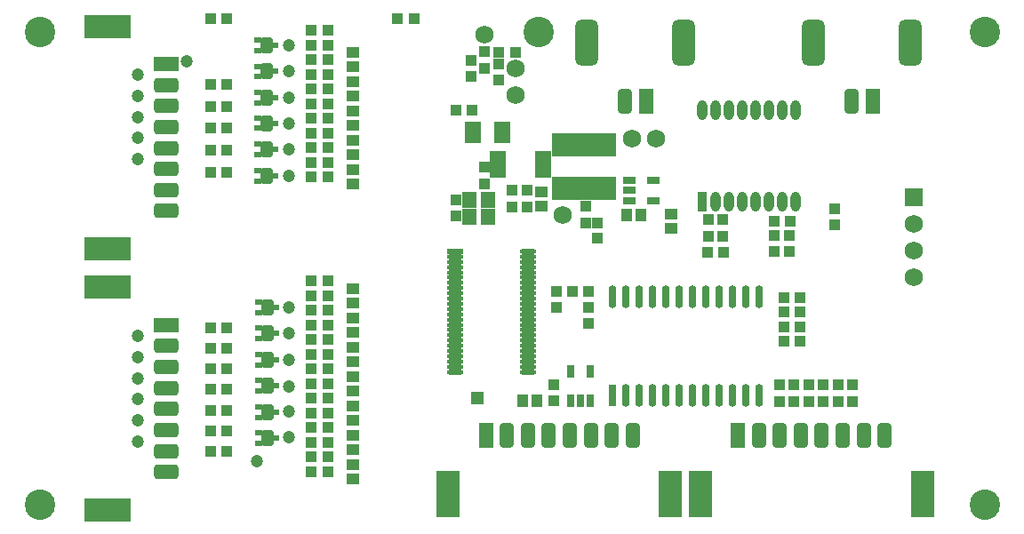
<source format=gts>
G04 Layer_Color=8388736*
%FSTAX24Y24*%
%MOIN*%
G70*
G01*
G75*
%ADD56R,0.0379X0.0749*%
%ADD57O,0.0379X0.0749*%
%ADD58R,0.0474X0.0474*%
%ADD59R,0.0415X0.0415*%
%ADD60R,0.0415X0.0415*%
%ADD61R,0.0297X0.0848*%
%ADD62O,0.0297X0.0848*%
%ADD63R,0.0316X0.0474*%
%ADD64R,0.0414X0.0454*%
%ADD65R,0.0867X0.1734*%
%ADD66R,0.0552X0.0946*%
G04:AMPARAMS|DCode=67|XSize=55.2mil|YSize=94.6mil|CornerRadius=15.8mil|HoleSize=0mil|Usage=FLASHONLY|Rotation=0.000|XOffset=0mil|YOffset=0mil|HoleType=Round|Shape=RoundedRectangle|*
%AMROUNDEDRECTD67*
21,1,0.0552,0.0630,0,0,0.0*
21,1,0.0236,0.0946,0,0,0.0*
1,1,0.0316,0.0118,-0.0315*
1,1,0.0316,-0.0118,-0.0315*
1,1,0.0316,-0.0118,0.0315*
1,1,0.0316,0.0118,0.0315*
%
%ADD67ROUNDEDRECTD67*%
%ADD68R,0.2442X0.0907*%
%ADD69R,0.0631X0.0789*%
%ADD70R,0.0454X0.0414*%
%ADD71R,0.0612X0.0198*%
%ADD72O,0.0612X0.0198*%
%ADD73R,0.1734X0.0867*%
%ADD74R,0.0946X0.0552*%
G04:AMPARAMS|DCode=75|XSize=55.2mil|YSize=94.6mil|CornerRadius=15.8mil|HoleSize=0mil|Usage=FLASHONLY|Rotation=270.000|XOffset=0mil|YOffset=0mil|HoleType=Round|Shape=RoundedRectangle|*
%AMROUNDEDRECTD75*
21,1,0.0552,0.0630,0,0,270.0*
21,1,0.0236,0.0946,0,0,270.0*
1,1,0.0316,-0.0315,-0.0118*
1,1,0.0316,-0.0315,0.0118*
1,1,0.0316,0.0315,0.0118*
1,1,0.0316,0.0315,-0.0118*
%
%ADD75ROUNDEDRECTD75*%
G04:AMPARAMS|DCode=76|XSize=47.4mil|YSize=59.2mil|CornerRadius=7mil|HoleSize=0mil|Usage=FLASHONLY|Rotation=0.000|XOffset=0mil|YOffset=0mil|HoleType=Round|Shape=RoundedRectangle|*
%AMROUNDEDRECTD76*
21,1,0.0474,0.0453,0,0,0.0*
21,1,0.0335,0.0592,0,0,0.0*
1,1,0.0139,0.0167,-0.0226*
1,1,0.0139,-0.0167,-0.0226*
1,1,0.0139,-0.0167,0.0226*
1,1,0.0139,0.0167,0.0226*
%
%ADD76ROUNDEDRECTD76*%
%ADD77R,0.0257X0.0198*%
%ADD78R,0.0277X0.0202*%
%ADD79R,0.0533X0.0631*%
%ADD80R,0.0493X0.0316*%
%ADD81R,0.0631X0.0190*%
%ADD82R,0.0395X0.0395*%
G04:AMPARAMS|DCode=83|XSize=86.7mil|YSize=173.4mil|CornerRadius=23.7mil|HoleSize=0mil|Usage=FLASHONLY|Rotation=180.000|XOffset=0mil|YOffset=0mil|HoleType=Round|Shape=RoundedRectangle|*
%AMROUNDEDRECTD83*
21,1,0.0867,0.1260,0,0,180.0*
21,1,0.0394,0.1734,0,0,180.0*
1,1,0.0474,-0.0197,0.0630*
1,1,0.0474,0.0197,0.0630*
1,1,0.0474,0.0197,-0.0630*
1,1,0.0474,-0.0197,-0.0630*
%
%ADD83ROUNDEDRECTD83*%
%ADD84C,0.1143*%
%ADD85R,0.0680X0.0680*%
%ADD86C,0.0680*%
%ADD87C,0.0474*%
D56*
X034869Y039334D02*
D03*
D57*
X035368D02*
D03*
X035868D02*
D03*
X036369D02*
D03*
X036869D02*
D03*
X037369D02*
D03*
X037868D02*
D03*
X038368D02*
D03*
X034869Y042779D02*
D03*
X035368D02*
D03*
X035868D02*
D03*
X036369D02*
D03*
X036869D02*
D03*
X037369D02*
D03*
X037868D02*
D03*
X038368D02*
D03*
D58*
X026444Y03196D02*
D03*
D59*
X038174Y038607D02*
D03*
X037563D02*
D03*
X035667Y03745D02*
D03*
X035056D02*
D03*
X030599Y03596D02*
D03*
X029989D02*
D03*
X023439Y04621D02*
D03*
X024049D02*
D03*
X020213Y032507D02*
D03*
X020824D02*
D03*
Y033057D02*
D03*
X020213D02*
D03*
Y033607D02*
D03*
X020824D02*
D03*
Y034157D02*
D03*
X020213D02*
D03*
Y034707D02*
D03*
X020824D02*
D03*
X020213Y035807D02*
D03*
X020824D02*
D03*
Y035257D02*
D03*
X020213D02*
D03*
X020824Y036357D02*
D03*
X020213D02*
D03*
X020824Y045207D02*
D03*
X020213D02*
D03*
X020824Y044107D02*
D03*
X020213D02*
D03*
X020824Y043007D02*
D03*
X020213D02*
D03*
X020824Y041907D02*
D03*
X020213D02*
D03*
X020824Y040807D02*
D03*
X020213D02*
D03*
Y040257D02*
D03*
X020824D02*
D03*
X020213Y041357D02*
D03*
X020824D02*
D03*
X020213Y042457D02*
D03*
X020824D02*
D03*
X020213Y043557D02*
D03*
X020824D02*
D03*
X020213Y045757D02*
D03*
X020824D02*
D03*
X020213Y044657D02*
D03*
X020824D02*
D03*
Y031957D02*
D03*
X020213D02*
D03*
Y031407D02*
D03*
X020824D02*
D03*
Y030857D02*
D03*
X020213D02*
D03*
Y030307D02*
D03*
X020824D02*
D03*
Y029757D02*
D03*
X020213D02*
D03*
X016426Y0462D02*
D03*
X017037D02*
D03*
X016426Y043729D02*
D03*
X017037D02*
D03*
X016426Y042908D02*
D03*
X017037D02*
D03*
X016426Y042087D02*
D03*
X017037D02*
D03*
X016426Y041267D02*
D03*
X017037D02*
D03*
X016426Y040446D02*
D03*
X017037D02*
D03*
X016426Y0346D02*
D03*
X017037D02*
D03*
X025615Y04276D02*
D03*
X026225D02*
D03*
X027847Y04495D02*
D03*
X027236D02*
D03*
X020213Y0292D02*
D03*
X020824D02*
D03*
X016426Y033829D02*
D03*
X017037D02*
D03*
X016426Y033058D02*
D03*
X017037D02*
D03*
X016426Y032287D02*
D03*
X017037D02*
D03*
X016426Y031517D02*
D03*
X017037D02*
D03*
X016426Y030746D02*
D03*
X017037D02*
D03*
X016426Y029975D02*
D03*
X017037D02*
D03*
X037926Y03575D02*
D03*
X038537D02*
D03*
X037926Y0352D02*
D03*
X038537D02*
D03*
X037926Y03465D02*
D03*
X038537D02*
D03*
X037926Y0341D02*
D03*
X038537D02*
D03*
D60*
X038119Y038062D02*
D03*
Y037452D02*
D03*
X037569Y038062D02*
D03*
Y037452D02*
D03*
X035082Y038655D02*
D03*
Y038045D02*
D03*
X035631Y038655D02*
D03*
Y038045D02*
D03*
X039844Y038455D02*
D03*
Y039065D02*
D03*
X029394Y035355D02*
D03*
Y035965D02*
D03*
X030594Y034755D02*
D03*
Y035365D02*
D03*
X029294Y032465D02*
D03*
Y031855D02*
D03*
X0405Y031845D02*
D03*
Y032455D02*
D03*
X03995Y031845D02*
D03*
Y032455D02*
D03*
X0394D02*
D03*
Y031845D02*
D03*
X03885Y032455D02*
D03*
Y031845D02*
D03*
X0383Y032455D02*
D03*
Y031845D02*
D03*
X03775Y032455D02*
D03*
Y031845D02*
D03*
X026681Y044345D02*
D03*
Y044955D02*
D03*
X025619Y038802D02*
D03*
Y039412D02*
D03*
X030482Y038545D02*
D03*
Y039155D02*
D03*
X027731Y039145D02*
D03*
Y039755D02*
D03*
X0267Y040625D02*
D03*
Y040015D02*
D03*
X028282Y039755D02*
D03*
Y039145D02*
D03*
D61*
X031494Y03206D02*
D03*
D62*
X031994D02*
D03*
X032494D02*
D03*
X032994D02*
D03*
X033494D02*
D03*
X033994D02*
D03*
X034494D02*
D03*
X034994D02*
D03*
X035494D02*
D03*
X035994D02*
D03*
X036494D02*
D03*
X036994D02*
D03*
X031494Y03576D02*
D03*
X031994D02*
D03*
X032494D02*
D03*
X032994D02*
D03*
X033494D02*
D03*
X033994D02*
D03*
X034494D02*
D03*
X034994D02*
D03*
X035494D02*
D03*
X035994D02*
D03*
X036494D02*
D03*
X036994D02*
D03*
D63*
X02992Y031869D02*
D03*
X030294D02*
D03*
X030668D02*
D03*
Y032951D02*
D03*
X02992D02*
D03*
D64*
X028659Y03186D02*
D03*
X028128D02*
D03*
X032547Y03885D02*
D03*
X032016D02*
D03*
D65*
X03478Y028356D02*
D03*
X043126D02*
D03*
X025331D02*
D03*
X033677D02*
D03*
D66*
X036197Y030553D02*
D03*
X026748D02*
D03*
X03275Y0431D02*
D03*
X04125D02*
D03*
D67*
X036984Y030553D02*
D03*
X037772D02*
D03*
X038559D02*
D03*
X039346D02*
D03*
X040134D02*
D03*
X040921D02*
D03*
X041709D02*
D03*
X027535D02*
D03*
X028323D02*
D03*
X02911D02*
D03*
X029898D02*
D03*
X030685D02*
D03*
X031472D02*
D03*
X03226D02*
D03*
X031963Y0431D02*
D03*
X040463D02*
D03*
D68*
X030419Y03983D02*
D03*
Y041484D02*
D03*
D69*
X02736Y041927D02*
D03*
X026277D02*
D03*
D70*
X021769Y033873D02*
D03*
Y033341D02*
D03*
Y032773D02*
D03*
Y032241D02*
D03*
Y034973D02*
D03*
Y034441D02*
D03*
Y036073D02*
D03*
Y035541D02*
D03*
Y040523D02*
D03*
Y039991D02*
D03*
Y041623D02*
D03*
Y041091D02*
D03*
Y044923D02*
D03*
Y044391D02*
D03*
Y042723D02*
D03*
Y042191D02*
D03*
Y043823D02*
D03*
Y043291D02*
D03*
Y029473D02*
D03*
Y028941D02*
D03*
Y030573D02*
D03*
Y030041D02*
D03*
Y031673D02*
D03*
Y031141D02*
D03*
X033681Y038334D02*
D03*
Y038866D02*
D03*
X028832Y039716D02*
D03*
Y039184D02*
D03*
D71*
X025591Y037471D02*
D03*
D72*
Y037274D02*
D03*
Y037077D02*
D03*
Y03688D02*
D03*
Y036683D02*
D03*
Y036486D02*
D03*
Y03629D02*
D03*
Y036093D02*
D03*
Y035896D02*
D03*
Y035699D02*
D03*
Y035502D02*
D03*
Y035305D02*
D03*
Y035108D02*
D03*
Y034912D02*
D03*
Y034715D02*
D03*
Y034518D02*
D03*
Y034321D02*
D03*
Y034124D02*
D03*
Y033927D02*
D03*
Y03373D02*
D03*
Y033534D02*
D03*
Y033337D02*
D03*
Y03314D02*
D03*
Y032943D02*
D03*
X028346Y037471D02*
D03*
Y037274D02*
D03*
Y037077D02*
D03*
Y03688D02*
D03*
Y036683D02*
D03*
Y036486D02*
D03*
Y03629D02*
D03*
Y036093D02*
D03*
Y035896D02*
D03*
Y035699D02*
D03*
Y035502D02*
D03*
Y035305D02*
D03*
Y035108D02*
D03*
Y034912D02*
D03*
Y034715D02*
D03*
Y034518D02*
D03*
Y034321D02*
D03*
Y034124D02*
D03*
Y033927D02*
D03*
Y03373D02*
D03*
Y033534D02*
D03*
Y033337D02*
D03*
Y03314D02*
D03*
Y032943D02*
D03*
D73*
X012567Y045916D02*
D03*
Y037569D02*
D03*
Y036124D02*
D03*
Y027778D02*
D03*
D74*
X014764Y044498D02*
D03*
Y034707D02*
D03*
D75*
Y043711D02*
D03*
Y042923D02*
D03*
Y042136D02*
D03*
Y041349D02*
D03*
Y040561D02*
D03*
Y039774D02*
D03*
Y038986D02*
D03*
Y033919D02*
D03*
Y033132D02*
D03*
Y032345D02*
D03*
Y031557D02*
D03*
Y03077D02*
D03*
Y029982D02*
D03*
Y029195D02*
D03*
D76*
X018543Y040308D02*
D03*
Y041295D02*
D03*
Y042283D02*
D03*
X018543Y043232D02*
D03*
Y044219D02*
D03*
Y045207D02*
D03*
X018569Y03439D02*
D03*
Y035374D02*
D03*
Y033407D02*
D03*
Y032423D02*
D03*
Y03144D02*
D03*
Y030474D02*
D03*
D77*
X018189Y040111D02*
D03*
Y040505D02*
D03*
Y041099D02*
D03*
Y041492D02*
D03*
Y042086D02*
D03*
Y04248D02*
D03*
X018189Y043035D02*
D03*
Y043429D02*
D03*
Y044023D02*
D03*
Y044416D02*
D03*
Y04501D02*
D03*
Y045404D02*
D03*
X018214Y034587D02*
D03*
Y034193D02*
D03*
Y035571D02*
D03*
Y035177D02*
D03*
Y033604D02*
D03*
Y03321D02*
D03*
Y03262D02*
D03*
Y032227D02*
D03*
Y031637D02*
D03*
Y031243D02*
D03*
Y030671D02*
D03*
Y030277D02*
D03*
D78*
X018839Y040308D02*
D03*
Y041295D02*
D03*
Y042283D02*
D03*
X018839Y043232D02*
D03*
Y044219D02*
D03*
Y045207D02*
D03*
X018864Y03439D02*
D03*
Y035374D02*
D03*
Y033407D02*
D03*
Y032423D02*
D03*
Y03144D02*
D03*
Y030474D02*
D03*
D79*
X026817Y038762D02*
D03*
X026128D02*
D03*
X026817Y039412D02*
D03*
X026128D02*
D03*
D80*
X033021Y040131D02*
D03*
Y039383D02*
D03*
X032116D02*
D03*
Y039757D02*
D03*
Y040131D02*
D03*
D81*
X027207Y041134D02*
D03*
Y040937D02*
D03*
Y04074D02*
D03*
Y040543D02*
D03*
Y040346D02*
D03*
X028893Y041134D02*
D03*
Y040937D02*
D03*
Y04074D02*
D03*
Y040543D02*
D03*
Y040346D02*
D03*
D82*
X026185Y044049D02*
D03*
Y04464D02*
D03*
X027235Y043909D02*
D03*
Y0445D02*
D03*
X030935Y037959D02*
D03*
Y03855D02*
D03*
D83*
X034167Y045297D02*
D03*
X030545D02*
D03*
X042667D02*
D03*
X039045D02*
D03*
D84*
X010016Y027984D02*
D03*
Y045701D02*
D03*
X045449Y027984D02*
D03*
Y045701D02*
D03*
X028717D02*
D03*
D85*
X0428Y0395D02*
D03*
D86*
Y0385D02*
D03*
Y0375D02*
D03*
Y0365D02*
D03*
X026681Y0456D02*
D03*
X02785Y04335D02*
D03*
Y04435D02*
D03*
X029632Y03885D02*
D03*
X032232Y0417D02*
D03*
X033131D02*
D03*
D87*
X019368Y030507D02*
D03*
Y031457D02*
D03*
Y032407D02*
D03*
Y033407D02*
D03*
Y034407D02*
D03*
Y035357D02*
D03*
X013681Y03035D02*
D03*
Y03115D02*
D03*
Y03195D02*
D03*
Y0327D02*
D03*
Y0335D02*
D03*
Y04095D02*
D03*
Y04175D02*
D03*
Y0425D02*
D03*
Y0433D02*
D03*
X01937Y040308D02*
D03*
Y041295D02*
D03*
Y042283D02*
D03*
X01937Y043232D02*
D03*
Y044219D02*
D03*
Y045207D02*
D03*
X018168Y029607D02*
D03*
X013681Y0441D02*
D03*
X015532Y0446D02*
D03*
X013681Y0343D02*
D03*
M02*

</source>
